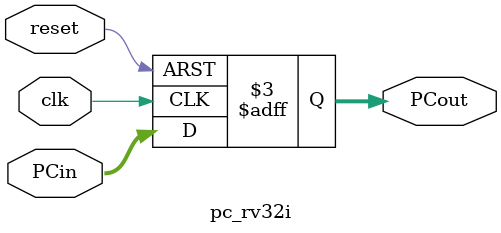
<source format=v>

module pc_rv32i (
    input wire clk,
    input wire reset, 
    input wire [31:0] PCin,         
    output reg [31:0] PCout 
);
    always @(posedge clk or negedge reset) begin
        if (reset == 1'b0) begin
            PCout <= 32'h0;
        end
        else begin
            PCout <= PCin;
        end
    end
endmodule

</source>
